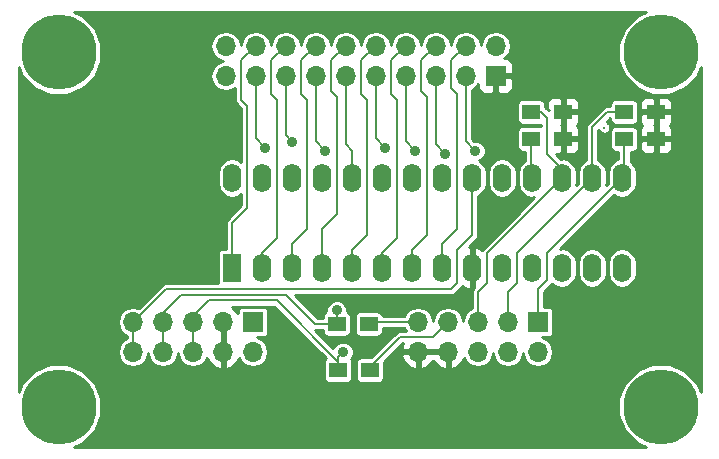
<source format=gbr>
G04 #@! TF.FileFunction,Copper,L1,Top,Signal*
%FSLAX46Y46*%
G04 Gerber Fmt 4.6, Leading zero omitted, Abs format (unit mm)*
G04 Created by KiCad (PCBNEW (after 2015-mar-04 BZR unknown)-product) date 5/15/2017 4:50:43 PM*
%MOMM*%
G01*
G04 APERTURE LIST*
%ADD10C,0.150000*%
%ADD11R,1.500000X1.300000*%
%ADD12C,6.350000*%
%ADD13R,1.700000X1.700000*%
%ADD14O,1.700000X1.700000*%
%ADD15R,1.600000X2.400000*%
%ADD16O,1.600000X2.400000*%
%ADD17C,0.889000*%
%ADD18C,0.203200*%
%ADD19C,0.254000*%
G04 APERTURE END LIST*
D10*
D11*
X56722000Y-21336000D03*
X54022000Y-21336000D03*
X64596000Y-21336000D03*
X61896000Y-21336000D03*
X64596000Y-19050000D03*
X61896000Y-19050000D03*
X56722000Y-19050000D03*
X54022000Y-19050000D03*
X37550000Y-37000000D03*
X40250000Y-37000000D03*
X37650000Y-40900000D03*
X40350000Y-40900000D03*
D12*
X65000000Y-44000000D03*
D13*
X51000000Y-16000000D03*
D14*
X51000000Y-13460000D03*
X48460000Y-16000000D03*
X48460000Y-13460000D03*
X45920000Y-16000000D03*
X45920000Y-13460000D03*
X43380000Y-16000000D03*
X43380000Y-13460000D03*
X40840000Y-16000000D03*
X40840000Y-13460000D03*
X38300000Y-16000000D03*
X38300000Y-13460000D03*
X35760000Y-16000000D03*
X35760000Y-13460000D03*
X33220000Y-16000000D03*
X33220000Y-13460000D03*
X30680000Y-16000000D03*
X30680000Y-13460000D03*
X28140000Y-16000000D03*
X28140000Y-13460000D03*
D12*
X65000000Y-14000000D03*
X14000000Y-14000000D03*
X14000000Y-44000000D03*
D13*
X54610000Y-36830000D03*
D14*
X54610000Y-39370000D03*
X52070000Y-36830000D03*
X52070000Y-39370000D03*
X49530000Y-36830000D03*
X49530000Y-39370000D03*
X46990000Y-36830000D03*
X46990000Y-39370000D03*
X44450000Y-36830000D03*
X44450000Y-39370000D03*
D15*
X28702000Y-32258000D03*
D16*
X61722000Y-24638000D03*
X31242000Y-32258000D03*
X59182000Y-24638000D03*
X33782000Y-32258000D03*
X56642000Y-24638000D03*
X36322000Y-32258000D03*
X54102000Y-24638000D03*
X38862000Y-32258000D03*
X51562000Y-24638000D03*
X41402000Y-32258000D03*
X49022000Y-24638000D03*
X43942000Y-32258000D03*
X46482000Y-24638000D03*
X46482000Y-32258000D03*
X43942000Y-24638000D03*
X49022000Y-32258000D03*
X41402000Y-24638000D03*
X51562000Y-32258000D03*
X38862000Y-24638000D03*
X54102000Y-32258000D03*
X36322000Y-24638000D03*
X56642000Y-32258000D03*
X33782000Y-24638000D03*
X59182000Y-32258000D03*
X31242000Y-24638000D03*
X61722000Y-32258000D03*
X28702000Y-24638000D03*
D13*
X30480000Y-36830000D03*
D14*
X30480000Y-39370000D03*
X27940000Y-36830000D03*
X27940000Y-39370000D03*
X25400000Y-36830000D03*
X25400000Y-39370000D03*
X22860000Y-36830000D03*
X22860000Y-39370000D03*
X20320000Y-36830000D03*
X20320000Y-39370000D03*
D17*
X36576000Y-22352000D03*
X33782000Y-21590000D03*
X31496000Y-22098000D03*
X38100000Y-39370000D03*
X37550000Y-35856000D03*
X49276000Y-22352000D03*
X46736000Y-22606000D03*
X44196000Y-22352000D03*
X41656000Y-22098000D03*
D18*
X60198000Y-20367000D02*
X60151000Y-20320000D01*
X46482000Y-30226000D02*
X47752000Y-28956000D01*
X47752000Y-28956000D02*
X47752000Y-17526000D01*
X47752000Y-17526000D02*
X47244000Y-17018000D01*
X47244000Y-17018000D02*
X47244000Y-14676000D01*
X47244000Y-14676000D02*
X48460000Y-13460000D01*
X46482000Y-32258000D02*
X46482000Y-30226000D01*
X43942000Y-30734000D02*
X45212000Y-29464000D01*
X45212000Y-29464000D02*
X45212000Y-17780000D01*
X45212000Y-17780000D02*
X44704000Y-17272000D01*
X44704000Y-17272000D02*
X44704000Y-14676000D01*
X44704000Y-14676000D02*
X45920000Y-13460000D01*
X43942000Y-32258000D02*
X43942000Y-30734000D01*
X41402000Y-30988000D02*
X42672000Y-29718000D01*
X42672000Y-29718000D02*
X42672000Y-18034000D01*
X42672000Y-18034000D02*
X42164000Y-17526000D01*
X42164000Y-17526000D02*
X42164000Y-14676000D01*
X42164000Y-14676000D02*
X43380000Y-13460000D01*
X41402000Y-32258000D02*
X41402000Y-30988000D01*
X38862000Y-30734000D02*
X40132000Y-29464000D01*
X40132000Y-29464000D02*
X40132000Y-18034000D01*
X40132000Y-18034000D02*
X39624000Y-17526000D01*
X39624000Y-17526000D02*
X39624000Y-14676000D01*
X39624000Y-14676000D02*
X40840000Y-13460000D01*
X38862000Y-32258000D02*
X38862000Y-30734000D01*
X36322000Y-28956000D02*
X37592000Y-27686000D01*
X37592000Y-27686000D02*
X37592000Y-17780000D01*
X37592000Y-17780000D02*
X37084000Y-17272000D01*
X37084000Y-17272000D02*
X37084000Y-14676000D01*
X37084000Y-14676000D02*
X38300000Y-13460000D01*
X36322000Y-32258000D02*
X36322000Y-28956000D01*
X33782000Y-30226000D02*
X35052000Y-28956000D01*
X35052000Y-28956000D02*
X35052000Y-18034000D01*
X35052000Y-18034000D02*
X34544000Y-17526000D01*
X34544000Y-17526000D02*
X34544000Y-14676000D01*
X34544000Y-14676000D02*
X35760000Y-13460000D01*
X33782000Y-32258000D02*
X33782000Y-30226000D01*
X31242000Y-30988000D02*
X32512000Y-29718000D01*
X32512000Y-29718000D02*
X32512000Y-18034000D01*
X32512000Y-18034000D02*
X32004000Y-17526000D01*
X32004000Y-17526000D02*
X32004000Y-14676000D01*
X32004000Y-14676000D02*
X33220000Y-13460000D01*
X31242000Y-32258000D02*
X31242000Y-30988000D01*
X28702000Y-28448000D02*
X29972000Y-27178000D01*
X29972000Y-27178000D02*
X29972000Y-18542000D01*
X29972000Y-18542000D02*
X29464000Y-18034000D01*
X29464000Y-18034000D02*
X29464000Y-14676000D01*
X29464000Y-14676000D02*
X30680000Y-13460000D01*
X28702000Y-32258000D02*
X28702000Y-28448000D01*
X38300000Y-21790000D02*
X38862000Y-22352000D01*
X38862000Y-22352000D02*
X38862000Y-24638000D01*
X38300000Y-16000000D02*
X38300000Y-21790000D01*
X36576000Y-22352000D02*
X35760000Y-21536000D01*
X35760000Y-21536000D02*
X35760000Y-16000000D01*
X33220000Y-21028000D02*
X33220000Y-16000000D01*
X33782000Y-21590000D02*
X33220000Y-21028000D01*
X31496000Y-22098000D02*
X30680000Y-21282000D01*
X30680000Y-21282000D02*
X30680000Y-16000000D01*
X25400000Y-36830000D02*
X25400000Y-36322000D01*
X25400000Y-36322000D02*
X26720798Y-35001202D01*
X37650000Y-40190000D02*
X37650000Y-40900000D01*
X32461202Y-35001202D02*
X37650000Y-40190000D01*
X26720798Y-35001202D02*
X32461202Y-35001202D01*
X25400000Y-39370000D02*
X25400000Y-36830000D01*
X37650000Y-39820000D02*
X38100000Y-39370000D01*
X37650000Y-40900000D02*
X37650000Y-39820000D01*
X22860000Y-36830000D02*
X22860000Y-36068000D01*
X22860000Y-36068000D02*
X24384000Y-34544000D01*
X35730000Y-37000000D02*
X37550000Y-37000000D01*
X33274000Y-34544000D02*
X35730000Y-37000000D01*
X24384000Y-34544000D02*
X33274000Y-34544000D01*
X22860000Y-39370000D02*
X22860000Y-36830000D01*
X37550000Y-37000000D02*
X37550000Y-35856000D01*
X29210000Y-34036000D02*
X47244000Y-34036000D01*
X47244000Y-34036000D02*
X47752000Y-33528000D01*
X23114000Y-34036000D02*
X20320000Y-36830000D01*
X29210000Y-34036000D02*
X23114000Y-34036000D01*
X20320000Y-39370000D02*
X20320000Y-36830000D01*
X20320000Y-36830000D02*
X20320000Y-36576000D01*
X47752000Y-33528000D02*
X47752000Y-33274000D01*
X47752000Y-30734000D02*
X49022000Y-29464000D01*
X47752000Y-33274000D02*
X47752000Y-30734000D01*
X49022000Y-29464000D02*
X49022000Y-24638000D01*
X45720000Y-38100000D02*
X46990000Y-36830000D01*
X42926000Y-38100000D02*
X45720000Y-38100000D01*
X40350000Y-40676000D02*
X42926000Y-38100000D01*
X40350000Y-40900000D02*
X40350000Y-40676000D01*
X40420000Y-36830000D02*
X40250000Y-37000000D01*
X44450000Y-36830000D02*
X40420000Y-36830000D01*
X49276000Y-22352000D02*
X48460000Y-21536000D01*
X48460000Y-21536000D02*
X48460000Y-16000000D01*
X45920000Y-21790000D02*
X46736000Y-22606000D01*
X45920000Y-16000000D02*
X45920000Y-21790000D01*
X43380000Y-21536000D02*
X44196000Y-22352000D01*
X43380000Y-16000000D02*
X43380000Y-21536000D01*
X40840000Y-21282000D02*
X41656000Y-22098000D01*
X40840000Y-16000000D02*
X40840000Y-21282000D01*
X59182000Y-20320000D02*
X60452000Y-19050000D01*
X60452000Y-19050000D02*
X61896000Y-19050000D01*
X59182000Y-24638000D02*
X59182000Y-20320000D01*
X52070000Y-34290000D02*
X52832000Y-33528000D01*
X52832000Y-33528000D02*
X52832000Y-33274000D01*
X52070000Y-36830000D02*
X52070000Y-34290000D01*
X52832000Y-30988000D02*
X59182000Y-24638000D01*
X52832000Y-33274000D02*
X52832000Y-30988000D01*
X61896000Y-24464000D02*
X61722000Y-24638000D01*
X61896000Y-21336000D02*
X61896000Y-24464000D01*
X54610000Y-34036000D02*
X55372000Y-33274000D01*
X55372000Y-33274000D02*
X55372000Y-33020000D01*
X54610000Y-36830000D02*
X54610000Y-34036000D01*
X55372000Y-30988000D02*
X61722000Y-24638000D01*
X55372000Y-33020000D02*
X55372000Y-30988000D01*
X54022000Y-24558000D02*
X54102000Y-24638000D01*
X54022000Y-21336000D02*
X54022000Y-24558000D01*
X56642000Y-23876000D02*
X56642000Y-24638000D01*
X54864000Y-19050000D02*
X55372000Y-19558000D01*
X55372000Y-19558000D02*
X55372000Y-22606000D01*
X55372000Y-22606000D02*
X56642000Y-23876000D01*
X54022000Y-19050000D02*
X54864000Y-19050000D01*
X49530000Y-34290000D02*
X50292000Y-33528000D01*
X50292000Y-33528000D02*
X50292000Y-33020000D01*
X49530000Y-36830000D02*
X49530000Y-34290000D01*
X50292000Y-30988000D02*
X56642000Y-24638000D01*
X50292000Y-33020000D02*
X50292000Y-30988000D01*
D19*
G36*
X68377700Y-42729735D02*
X68059479Y-41959581D01*
X67045755Y-40944087D01*
X65981000Y-40501962D01*
X65981000Y-22112310D01*
X65981000Y-21859691D01*
X65981000Y-21621750D01*
X65981000Y-21050250D01*
X65981000Y-20812309D01*
X65981000Y-20559690D01*
X65884327Y-20326301D01*
X65751025Y-20193000D01*
X65884327Y-20059699D01*
X65981000Y-19826310D01*
X65981000Y-19573691D01*
X65981000Y-19335750D01*
X65981000Y-18764250D01*
X65981000Y-18526309D01*
X65981000Y-18273690D01*
X65884327Y-18040301D01*
X65705698Y-17861673D01*
X65472309Y-17765000D01*
X64881750Y-17765000D01*
X64723000Y-17923750D01*
X64723000Y-18923000D01*
X65822250Y-18923000D01*
X65981000Y-18764250D01*
X65981000Y-19335750D01*
X65822250Y-19177000D01*
X64723000Y-19177000D01*
X64723000Y-20176250D01*
X64739750Y-20193000D01*
X64723000Y-20209750D01*
X64723000Y-21209000D01*
X65822250Y-21209000D01*
X65981000Y-21050250D01*
X65981000Y-21621750D01*
X65822250Y-21463000D01*
X64723000Y-21463000D01*
X64723000Y-22462250D01*
X64881750Y-22621000D01*
X65472309Y-22621000D01*
X65705698Y-22524327D01*
X65884327Y-22345699D01*
X65981000Y-22112310D01*
X65981000Y-40501962D01*
X65720584Y-40393828D01*
X64469000Y-40392735D01*
X64469000Y-22462250D01*
X64469000Y-21463000D01*
X64469000Y-21209000D01*
X64469000Y-20209750D01*
X64452250Y-20193000D01*
X64469000Y-20176250D01*
X64469000Y-19177000D01*
X64469000Y-18923000D01*
X64469000Y-17923750D01*
X64310250Y-17765000D01*
X63719691Y-17765000D01*
X63486302Y-17861673D01*
X63307673Y-18040301D01*
X63211000Y-18273690D01*
X63211000Y-18526309D01*
X63211000Y-18764250D01*
X63369750Y-18923000D01*
X64469000Y-18923000D01*
X64469000Y-19177000D01*
X63369750Y-19177000D01*
X63211000Y-19335750D01*
X63211000Y-19573691D01*
X63211000Y-19826310D01*
X63307673Y-20059699D01*
X63440974Y-20193000D01*
X63307673Y-20326301D01*
X63211000Y-20559690D01*
X63211000Y-20812309D01*
X63211000Y-21050250D01*
X63369750Y-21209000D01*
X64469000Y-21209000D01*
X64469000Y-21463000D01*
X63369750Y-21463000D01*
X63211000Y-21621750D01*
X63211000Y-21859691D01*
X63211000Y-22112310D01*
X63307673Y-22345699D01*
X63486302Y-22524327D01*
X63719691Y-22621000D01*
X64310250Y-22621000D01*
X64469000Y-22462250D01*
X64469000Y-40392735D01*
X64285711Y-40392576D01*
X63086259Y-40888178D01*
X63086259Y-21986000D01*
X63086259Y-20686000D01*
X63054315Y-20521356D01*
X62959258Y-20376649D01*
X62815755Y-20279784D01*
X62646000Y-20245741D01*
X61146000Y-20245741D01*
X60981356Y-20277685D01*
X60836649Y-20372742D01*
X60739784Y-20516245D01*
X60705741Y-20686000D01*
X60705741Y-21986000D01*
X60737685Y-22150644D01*
X60832742Y-22295351D01*
X60976245Y-22392216D01*
X61146000Y-22426259D01*
X61362600Y-22426259D01*
X61362600Y-23045720D01*
X61250611Y-23067996D01*
X60850986Y-23335017D01*
X60583965Y-23734642D01*
X60490200Y-24206031D01*
X60490200Y-25069969D01*
X60497747Y-25107910D01*
X60383534Y-25222123D01*
X60413800Y-25069969D01*
X60413800Y-24206031D01*
X60320035Y-23734642D01*
X60053014Y-23335017D01*
X59715400Y-23109430D01*
X59715400Y-20609725D01*
X59773829Y-20697171D01*
X59820829Y-20744171D01*
X59993877Y-20859797D01*
X60198000Y-20900400D01*
X60402123Y-20859797D01*
X60575171Y-20744171D01*
X60690797Y-20571123D01*
X60731400Y-20367000D01*
X60690797Y-20162877D01*
X60575171Y-19989829D01*
X60528171Y-19942829D01*
X60399492Y-19856849D01*
X60672942Y-19583400D01*
X60705741Y-19583400D01*
X60705741Y-19700000D01*
X60737685Y-19864644D01*
X60832742Y-20009351D01*
X60976245Y-20106216D01*
X61146000Y-20140259D01*
X62646000Y-20140259D01*
X62810644Y-20108315D01*
X62955351Y-20013258D01*
X63052216Y-19869755D01*
X63086259Y-19700000D01*
X63086259Y-18400000D01*
X63054315Y-18235356D01*
X62959258Y-18090649D01*
X62815755Y-17993784D01*
X62646000Y-17959741D01*
X61146000Y-17959741D01*
X60981356Y-17991685D01*
X60836649Y-18086742D01*
X60739784Y-18230245D01*
X60705741Y-18400000D01*
X60705741Y-18516600D01*
X60452000Y-18516600D01*
X60247876Y-18557203D01*
X60074829Y-18672829D01*
X58804829Y-19942829D01*
X58689203Y-20115877D01*
X58648600Y-20320000D01*
X58648600Y-23109430D01*
X58310986Y-23335017D01*
X58107000Y-23640303D01*
X58107000Y-22112310D01*
X58107000Y-21859691D01*
X58107000Y-21621750D01*
X58107000Y-21050250D01*
X58107000Y-20812309D01*
X58107000Y-20559690D01*
X58010327Y-20326301D01*
X57877025Y-20193000D01*
X58010327Y-20059699D01*
X58107000Y-19826310D01*
X58107000Y-19573691D01*
X58107000Y-19335750D01*
X58107000Y-18764250D01*
X58107000Y-18526309D01*
X58107000Y-18273690D01*
X58010327Y-18040301D01*
X57831698Y-17861673D01*
X57598309Y-17765000D01*
X57007750Y-17765000D01*
X56849000Y-17923750D01*
X56849000Y-18923000D01*
X57948250Y-18923000D01*
X58107000Y-18764250D01*
X58107000Y-19335750D01*
X57948250Y-19177000D01*
X56849000Y-19177000D01*
X56849000Y-20176250D01*
X56865750Y-20193000D01*
X56849000Y-20209750D01*
X56849000Y-21209000D01*
X57948250Y-21209000D01*
X58107000Y-21050250D01*
X58107000Y-21621750D01*
X57948250Y-21463000D01*
X56849000Y-21463000D01*
X56849000Y-22462250D01*
X57007750Y-22621000D01*
X57598309Y-22621000D01*
X57831698Y-22524327D01*
X58010327Y-22345699D01*
X58107000Y-22112310D01*
X58107000Y-23640303D01*
X58043965Y-23734642D01*
X57950200Y-24206031D01*
X57950200Y-25069969D01*
X57957747Y-25107910D01*
X57843534Y-25222123D01*
X57873800Y-25069969D01*
X57873800Y-24206031D01*
X57780035Y-23734642D01*
X57513014Y-23335017D01*
X57113389Y-23067996D01*
X56642000Y-22974231D01*
X56519032Y-22998690D01*
X56141342Y-22621000D01*
X56436250Y-22621000D01*
X56595000Y-22462250D01*
X56595000Y-21463000D01*
X56575000Y-21463000D01*
X56575000Y-21209000D01*
X56595000Y-21209000D01*
X56595000Y-20209750D01*
X56578250Y-20193000D01*
X56595000Y-20176250D01*
X56595000Y-19177000D01*
X56575000Y-19177000D01*
X56575000Y-18923000D01*
X56595000Y-18923000D01*
X56595000Y-17923750D01*
X56436250Y-17765000D01*
X55845691Y-17765000D01*
X55612302Y-17861673D01*
X55433673Y-18040301D01*
X55337000Y-18273690D01*
X55337000Y-18526309D01*
X55337000Y-18764250D01*
X55495748Y-18922998D01*
X55491339Y-18922998D01*
X55241171Y-18672829D01*
X55212259Y-18653510D01*
X55212259Y-18400000D01*
X55180315Y-18235356D01*
X55085258Y-18090649D01*
X54941755Y-17993784D01*
X54772000Y-17959741D01*
X53272000Y-17959741D01*
X53107356Y-17991685D01*
X52962649Y-18086742D01*
X52865784Y-18230245D01*
X52831741Y-18400000D01*
X52831741Y-19700000D01*
X52863685Y-19864644D01*
X52958742Y-20009351D01*
X53102245Y-20106216D01*
X53272000Y-20140259D01*
X54772000Y-20140259D01*
X54838600Y-20127337D01*
X54838600Y-20259097D01*
X54772000Y-20245741D01*
X53272000Y-20245741D01*
X53107356Y-20277685D01*
X52962649Y-20372742D01*
X52865784Y-20516245D01*
X52831741Y-20686000D01*
X52831741Y-21986000D01*
X52863685Y-22150644D01*
X52958742Y-22295351D01*
X53102245Y-22392216D01*
X53272000Y-22426259D01*
X53488600Y-22426259D01*
X53488600Y-23162884D01*
X53230986Y-23335017D01*
X52963965Y-23734642D01*
X52870200Y-24206031D01*
X52870200Y-25069969D01*
X52963965Y-25541358D01*
X53230986Y-25940983D01*
X53630611Y-26208004D01*
X54102000Y-26301769D01*
X54254154Y-26271503D01*
X52793800Y-27731857D01*
X52793800Y-25069969D01*
X52793800Y-24206031D01*
X52700035Y-23734642D01*
X52485000Y-23412819D01*
X52485000Y-16976309D01*
X52485000Y-16285750D01*
X52485000Y-15714250D01*
X52485000Y-15023691D01*
X52388327Y-14790302D01*
X52209699Y-14611673D01*
X51976310Y-14515000D01*
X51723691Y-14515000D01*
X51721510Y-14515000D01*
X51906369Y-14391481D01*
X52184229Y-13975636D01*
X52281800Y-13485112D01*
X52281800Y-13434888D01*
X52184229Y-12944364D01*
X51906369Y-12528519D01*
X51490524Y-12250659D01*
X51000000Y-12153088D01*
X50509476Y-12250659D01*
X50093631Y-12528519D01*
X49815771Y-12944364D01*
X49730000Y-13375565D01*
X49644229Y-12944364D01*
X49366369Y-12528519D01*
X48950524Y-12250659D01*
X48460000Y-12153088D01*
X47969476Y-12250659D01*
X47553631Y-12528519D01*
X47275771Y-12944364D01*
X47190000Y-13375565D01*
X47104229Y-12944364D01*
X46826369Y-12528519D01*
X46410524Y-12250659D01*
X45920000Y-12153088D01*
X45429476Y-12250659D01*
X45013631Y-12528519D01*
X44735771Y-12944364D01*
X44650000Y-13375565D01*
X44564229Y-12944364D01*
X44286369Y-12528519D01*
X43870524Y-12250659D01*
X43380000Y-12153088D01*
X42889476Y-12250659D01*
X42473631Y-12528519D01*
X42195771Y-12944364D01*
X42110000Y-13375565D01*
X42024229Y-12944364D01*
X41746369Y-12528519D01*
X41330524Y-12250659D01*
X40840000Y-12153088D01*
X40349476Y-12250659D01*
X39933631Y-12528519D01*
X39655771Y-12944364D01*
X39570000Y-13375565D01*
X39484229Y-12944364D01*
X39206369Y-12528519D01*
X38790524Y-12250659D01*
X38300000Y-12153088D01*
X37809476Y-12250659D01*
X37393631Y-12528519D01*
X37115771Y-12944364D01*
X37030000Y-13375565D01*
X36944229Y-12944364D01*
X36666369Y-12528519D01*
X36250524Y-12250659D01*
X35760000Y-12153088D01*
X35269476Y-12250659D01*
X34853631Y-12528519D01*
X34575771Y-12944364D01*
X34490000Y-13375565D01*
X34404229Y-12944364D01*
X34126369Y-12528519D01*
X33710524Y-12250659D01*
X33220000Y-12153088D01*
X32729476Y-12250659D01*
X32313631Y-12528519D01*
X32035771Y-12944364D01*
X31950000Y-13375565D01*
X31864229Y-12944364D01*
X31586369Y-12528519D01*
X31170524Y-12250659D01*
X30680000Y-12153088D01*
X30189476Y-12250659D01*
X29773631Y-12528519D01*
X29495771Y-12944364D01*
X29410000Y-13375565D01*
X29324229Y-12944364D01*
X29046369Y-12528519D01*
X28630524Y-12250659D01*
X28140000Y-12153088D01*
X27649476Y-12250659D01*
X27233631Y-12528519D01*
X26955771Y-12944364D01*
X26858200Y-13434888D01*
X26858200Y-13485112D01*
X26955771Y-13975636D01*
X27233631Y-14391481D01*
X27649476Y-14669341D01*
X27954430Y-14730000D01*
X27649476Y-14790659D01*
X27233631Y-15068519D01*
X26955771Y-15484364D01*
X26858200Y-15974888D01*
X26858200Y-16025112D01*
X26955771Y-16515636D01*
X27233631Y-16931481D01*
X27649476Y-17209341D01*
X28140000Y-17306912D01*
X28630524Y-17209341D01*
X28930600Y-17008835D01*
X28930600Y-18034000D01*
X28971203Y-18238123D01*
X29086829Y-18411171D01*
X29438600Y-18762941D01*
X29438600Y-23245204D01*
X29173389Y-23067996D01*
X28702000Y-22974231D01*
X28230611Y-23067996D01*
X27830986Y-23335017D01*
X27563965Y-23734642D01*
X27470200Y-24206031D01*
X27470200Y-25069969D01*
X27563965Y-25541358D01*
X27830986Y-25940983D01*
X28230611Y-26208004D01*
X28702000Y-26301769D01*
X29173389Y-26208004D01*
X29438600Y-26030795D01*
X29438600Y-26957058D01*
X28324829Y-28070829D01*
X28209203Y-28243877D01*
X28168600Y-28448000D01*
X28168600Y-30617741D01*
X27902000Y-30617741D01*
X27737356Y-30649685D01*
X27592649Y-30744742D01*
X27495784Y-30888245D01*
X27461741Y-31058000D01*
X27461741Y-33458000D01*
X27470394Y-33502600D01*
X23114005Y-33502600D01*
X23114000Y-33502599D01*
X22909877Y-33543203D01*
X22736829Y-33658829D01*
X20780892Y-35614765D01*
X20320000Y-35523088D01*
X19829476Y-35620659D01*
X19413631Y-35898519D01*
X19135771Y-36314364D01*
X19038200Y-36804888D01*
X19038200Y-36855112D01*
X19135771Y-37345636D01*
X19413631Y-37761481D01*
X19786600Y-38010692D01*
X19786600Y-38189307D01*
X19413631Y-38438519D01*
X19135771Y-38854364D01*
X19038200Y-39344888D01*
X19038200Y-39395112D01*
X19135771Y-39885636D01*
X19413631Y-40301481D01*
X19829476Y-40579341D01*
X20320000Y-40676912D01*
X20810524Y-40579341D01*
X21226369Y-40301481D01*
X21504229Y-39885636D01*
X21590000Y-39454434D01*
X21675771Y-39885636D01*
X21953631Y-40301481D01*
X22369476Y-40579341D01*
X22860000Y-40676912D01*
X23350524Y-40579341D01*
X23766369Y-40301481D01*
X24044229Y-39885636D01*
X24130000Y-39454434D01*
X24215771Y-39885636D01*
X24493631Y-40301481D01*
X24909476Y-40579341D01*
X25400000Y-40676912D01*
X25890524Y-40579341D01*
X26306369Y-40301481D01*
X26577672Y-39895448D01*
X26744817Y-40251358D01*
X27173076Y-40641645D01*
X27583110Y-40811476D01*
X27813000Y-40690155D01*
X27813000Y-39497000D01*
X27793000Y-39497000D01*
X27793000Y-39243000D01*
X27813000Y-39243000D01*
X27813000Y-38150155D01*
X27813000Y-38049845D01*
X27813000Y-36957000D01*
X27793000Y-36957000D01*
X27793000Y-36703000D01*
X27813000Y-36703000D01*
X27813000Y-36683000D01*
X28067000Y-36683000D01*
X28067000Y-36703000D01*
X28087000Y-36703000D01*
X28087000Y-36957000D01*
X28067000Y-36957000D01*
X28067000Y-38049845D01*
X28067000Y-38150155D01*
X28067000Y-39243000D01*
X28087000Y-39243000D01*
X28087000Y-39497000D01*
X28067000Y-39497000D01*
X28067000Y-40690155D01*
X28296890Y-40811476D01*
X28706924Y-40641645D01*
X29135183Y-40251358D01*
X29302327Y-39895448D01*
X29573631Y-40301481D01*
X29989476Y-40579341D01*
X30480000Y-40676912D01*
X30970524Y-40579341D01*
X31386369Y-40301481D01*
X31664229Y-39885636D01*
X31761800Y-39395112D01*
X31761800Y-39344888D01*
X31664229Y-38854364D01*
X31386369Y-38438519D01*
X30970524Y-38160659D01*
X30767418Y-38120259D01*
X31330000Y-38120259D01*
X31494644Y-38088315D01*
X31639351Y-37993258D01*
X31736216Y-37849755D01*
X31770259Y-37680000D01*
X31770259Y-35980000D01*
X31738315Y-35815356D01*
X31643258Y-35670649D01*
X31499755Y-35573784D01*
X31330000Y-35539741D01*
X29630000Y-35539741D01*
X29465356Y-35571685D01*
X29320649Y-35666742D01*
X29223784Y-35810245D01*
X29189741Y-35980000D01*
X29189741Y-36064815D01*
X29135183Y-35948642D01*
X28706924Y-35558355D01*
X28649575Y-35534602D01*
X32240260Y-35534602D01*
X36621883Y-39916224D01*
X36590649Y-39936742D01*
X36493784Y-40080245D01*
X36459741Y-40250000D01*
X36459741Y-41550000D01*
X36491685Y-41714644D01*
X36586742Y-41859351D01*
X36730245Y-41956216D01*
X36900000Y-41990259D01*
X38400000Y-41990259D01*
X38564644Y-41958315D01*
X38709351Y-41863258D01*
X38806216Y-41719755D01*
X38840259Y-41550000D01*
X38840259Y-40250000D01*
X38808315Y-40085356D01*
X38735220Y-39974082D01*
X38842458Y-39867032D01*
X38976148Y-39545072D01*
X38976452Y-39196458D01*
X38843324Y-38874264D01*
X38597032Y-38627542D01*
X38275072Y-38493852D01*
X37926458Y-38493548D01*
X37604264Y-38626676D01*
X37357542Y-38872968D01*
X37278254Y-39063913D01*
X35747741Y-37533400D01*
X36359741Y-37533400D01*
X36359741Y-37650000D01*
X36391685Y-37814644D01*
X36486742Y-37959351D01*
X36630245Y-38056216D01*
X36800000Y-38090259D01*
X38300000Y-38090259D01*
X38464644Y-38058315D01*
X38609351Y-37963258D01*
X38706216Y-37819755D01*
X38740259Y-37650000D01*
X38740259Y-36350000D01*
X38708315Y-36185356D01*
X38613258Y-36040649D01*
X38469755Y-35943784D01*
X38426231Y-35935055D01*
X38426452Y-35682458D01*
X38293324Y-35360264D01*
X38047032Y-35113542D01*
X37725072Y-34979852D01*
X37376458Y-34979548D01*
X37054264Y-35112676D01*
X36807542Y-35358968D01*
X36673852Y-35680928D01*
X36673631Y-35934258D01*
X36635356Y-35941685D01*
X36490649Y-36036742D01*
X36393784Y-36180245D01*
X36359741Y-36350000D01*
X36359741Y-36466600D01*
X35950941Y-36466600D01*
X34053741Y-34569400D01*
X47244000Y-34569400D01*
X47448123Y-34528797D01*
X47621171Y-34413171D01*
X48129167Y-33905173D01*
X48129170Y-33905171D01*
X48129171Y-33905171D01*
X48190386Y-33813554D01*
X48590181Y-34032367D01*
X48672961Y-34049904D01*
X48895000Y-33927915D01*
X48895000Y-32385000D01*
X48875000Y-32385000D01*
X48875000Y-32131000D01*
X48895000Y-32131000D01*
X48895000Y-30588085D01*
X48738331Y-30502010D01*
X49399171Y-29841171D01*
X49514797Y-29668124D01*
X49514797Y-29668123D01*
X49555400Y-29464000D01*
X49555400Y-26166569D01*
X49893014Y-25940983D01*
X50160035Y-25541358D01*
X50253800Y-25069969D01*
X50253800Y-24206031D01*
X50160035Y-23734642D01*
X49893014Y-23335017D01*
X49625017Y-23155947D01*
X49771736Y-23095324D01*
X50018458Y-22849032D01*
X50152148Y-22527072D01*
X50152452Y-22178458D01*
X50019324Y-21856264D01*
X49773032Y-21609542D01*
X49451072Y-21475852D01*
X49153934Y-21475592D01*
X48993400Y-21315058D01*
X48993400Y-17180692D01*
X49366369Y-16931481D01*
X49515000Y-16709039D01*
X49515000Y-16976309D01*
X49611673Y-17209698D01*
X49790301Y-17388327D01*
X50023690Y-17485000D01*
X50276309Y-17485000D01*
X50714250Y-17485000D01*
X50873000Y-17326250D01*
X50873000Y-16127000D01*
X50853000Y-16127000D01*
X50853000Y-15873000D01*
X50873000Y-15873000D01*
X50873000Y-15853000D01*
X51127000Y-15853000D01*
X51127000Y-15873000D01*
X52326250Y-15873000D01*
X52485000Y-15714250D01*
X52485000Y-16285750D01*
X52326250Y-16127000D01*
X51127000Y-16127000D01*
X51127000Y-17326250D01*
X51285750Y-17485000D01*
X51723691Y-17485000D01*
X51976310Y-17485000D01*
X52209699Y-17388327D01*
X52388327Y-17209698D01*
X52485000Y-16976309D01*
X52485000Y-23412819D01*
X52433014Y-23335017D01*
X52033389Y-23067996D01*
X51562000Y-22974231D01*
X51090611Y-23067996D01*
X50690986Y-23335017D01*
X50423965Y-23734642D01*
X50330200Y-24206031D01*
X50330200Y-25069969D01*
X50423965Y-25541358D01*
X50690986Y-25940983D01*
X51090611Y-26208004D01*
X51562000Y-26301769D01*
X52033389Y-26208004D01*
X52433014Y-25940983D01*
X52700035Y-25541358D01*
X52793800Y-25069969D01*
X52793800Y-27731857D01*
X49914829Y-30610829D01*
X49853613Y-30702445D01*
X49453819Y-30483633D01*
X49371039Y-30466096D01*
X49149000Y-30588085D01*
X49149000Y-32131000D01*
X49169000Y-32131000D01*
X49169000Y-32385000D01*
X49149000Y-32385000D01*
X49149000Y-33918559D01*
X49037203Y-34085877D01*
X48996600Y-34290000D01*
X48996600Y-35649307D01*
X48623631Y-35898519D01*
X48345771Y-36314364D01*
X48260000Y-36745565D01*
X48174229Y-36314364D01*
X47896369Y-35898519D01*
X47480524Y-35620659D01*
X46990000Y-35523088D01*
X46499476Y-35620659D01*
X46083631Y-35898519D01*
X45805771Y-36314364D01*
X45720000Y-36745565D01*
X45634229Y-36314364D01*
X45356369Y-35898519D01*
X44940524Y-35620659D01*
X44450000Y-35523088D01*
X43959476Y-35620659D01*
X43543631Y-35898519D01*
X43277640Y-36296600D01*
X41429898Y-36296600D01*
X41408315Y-36185356D01*
X41313258Y-36040649D01*
X41169755Y-35943784D01*
X41000000Y-35909741D01*
X39500000Y-35909741D01*
X39335356Y-35941685D01*
X39190649Y-36036742D01*
X39093784Y-36180245D01*
X39059741Y-36350000D01*
X39059741Y-37650000D01*
X39091685Y-37814644D01*
X39186742Y-37959351D01*
X39330245Y-38056216D01*
X39500000Y-38090259D01*
X41000000Y-38090259D01*
X41164644Y-38058315D01*
X41309351Y-37963258D01*
X41406216Y-37819755D01*
X41440259Y-37650000D01*
X41440259Y-37363400D01*
X43277640Y-37363400D01*
X43413415Y-37566600D01*
X42926000Y-37566600D01*
X42721877Y-37607203D01*
X42548829Y-37722829D01*
X40461917Y-39809741D01*
X39600000Y-39809741D01*
X39435356Y-39841685D01*
X39290649Y-39936742D01*
X39193784Y-40080245D01*
X39159741Y-40250000D01*
X39159741Y-41550000D01*
X39191685Y-41714644D01*
X39286742Y-41859351D01*
X39430245Y-41956216D01*
X39600000Y-41990259D01*
X41100000Y-41990259D01*
X41264644Y-41958315D01*
X41409351Y-41863258D01*
X41506216Y-41719755D01*
X41540259Y-41550000D01*
X41540259Y-40250000D01*
X41538647Y-40241694D01*
X43146942Y-38633400D01*
X43186834Y-38633400D01*
X43008514Y-39013108D01*
X43129181Y-39243000D01*
X44323000Y-39243000D01*
X44323000Y-39223000D01*
X44577000Y-39223000D01*
X44577000Y-39243000D01*
X45669181Y-39243000D01*
X45770819Y-39243000D01*
X46863000Y-39243000D01*
X46863000Y-39223000D01*
X47117000Y-39223000D01*
X47117000Y-39243000D01*
X47137000Y-39243000D01*
X47137000Y-39497000D01*
X47117000Y-39497000D01*
X47117000Y-40690155D01*
X47346890Y-40811476D01*
X47756924Y-40641645D01*
X48185183Y-40251358D01*
X48352327Y-39895448D01*
X48623631Y-40301481D01*
X49039476Y-40579341D01*
X49530000Y-40676912D01*
X50020524Y-40579341D01*
X50436369Y-40301481D01*
X50714229Y-39885636D01*
X50800000Y-39454434D01*
X50885771Y-39885636D01*
X51163631Y-40301481D01*
X51579476Y-40579341D01*
X52070000Y-40676912D01*
X52560524Y-40579341D01*
X52976369Y-40301481D01*
X53254229Y-39885636D01*
X53340000Y-39454434D01*
X53425771Y-39885636D01*
X53703631Y-40301481D01*
X54119476Y-40579341D01*
X54610000Y-40676912D01*
X55100524Y-40579341D01*
X55516369Y-40301481D01*
X55794229Y-39885636D01*
X55891800Y-39395112D01*
X55891800Y-39344888D01*
X55794229Y-38854364D01*
X55516369Y-38438519D01*
X55100524Y-38160659D01*
X54897418Y-38120259D01*
X55460000Y-38120259D01*
X55624644Y-38088315D01*
X55769351Y-37993258D01*
X55866216Y-37849755D01*
X55900259Y-37680000D01*
X55900259Y-35980000D01*
X55868315Y-35815356D01*
X55773258Y-35670649D01*
X55629755Y-35573784D01*
X55460000Y-35539741D01*
X55143400Y-35539741D01*
X55143400Y-34256942D01*
X55749171Y-33651171D01*
X55797565Y-33578742D01*
X56170611Y-33828004D01*
X56642000Y-33921769D01*
X57113389Y-33828004D01*
X57513014Y-33560983D01*
X57780035Y-33161358D01*
X57873800Y-32689969D01*
X57873800Y-31826031D01*
X57780035Y-31354642D01*
X57513014Y-30955017D01*
X57113389Y-30687996D01*
X56642000Y-30594231D01*
X56489845Y-30624496D01*
X61044234Y-26070107D01*
X61250611Y-26208004D01*
X61722000Y-26301769D01*
X62193389Y-26208004D01*
X62593014Y-25940983D01*
X62860035Y-25541358D01*
X62953800Y-25069969D01*
X62953800Y-24206031D01*
X62860035Y-23734642D01*
X62593014Y-23335017D01*
X62429400Y-23225693D01*
X62429400Y-22426259D01*
X62646000Y-22426259D01*
X62810644Y-22394315D01*
X62955351Y-22299258D01*
X63052216Y-22155755D01*
X63086259Y-21986000D01*
X63086259Y-40888178D01*
X62959581Y-40940521D01*
X62953800Y-40946291D01*
X62953800Y-32689969D01*
X62953800Y-31826031D01*
X62860035Y-31354642D01*
X62593014Y-30955017D01*
X62193389Y-30687996D01*
X61722000Y-30594231D01*
X61250611Y-30687996D01*
X60850986Y-30955017D01*
X60583965Y-31354642D01*
X60490200Y-31826031D01*
X60490200Y-32689969D01*
X60583965Y-33161358D01*
X60850986Y-33560983D01*
X61250611Y-33828004D01*
X61722000Y-33921769D01*
X62193389Y-33828004D01*
X62593014Y-33560983D01*
X62860035Y-33161358D01*
X62953800Y-32689969D01*
X62953800Y-40946291D01*
X61944087Y-41954245D01*
X61393828Y-43279416D01*
X61392576Y-44714289D01*
X61940521Y-46040419D01*
X62954245Y-47055913D01*
X63729194Y-47377700D01*
X60413800Y-47377700D01*
X60413800Y-32689969D01*
X60413800Y-31826031D01*
X60320035Y-31354642D01*
X60053014Y-30955017D01*
X59653389Y-30687996D01*
X59182000Y-30594231D01*
X58710611Y-30687996D01*
X58310986Y-30955017D01*
X58043965Y-31354642D01*
X57950200Y-31826031D01*
X57950200Y-32689969D01*
X58043965Y-33161358D01*
X58310986Y-33560983D01*
X58710611Y-33828004D01*
X59182000Y-33921769D01*
X59653389Y-33828004D01*
X60053014Y-33560983D01*
X60320035Y-33161358D01*
X60413800Y-32689969D01*
X60413800Y-47377700D01*
X46863000Y-47377700D01*
X46863000Y-40690155D01*
X46863000Y-39497000D01*
X45770819Y-39497000D01*
X45669181Y-39497000D01*
X44577000Y-39497000D01*
X44577000Y-40690155D01*
X44806890Y-40811476D01*
X45216924Y-40641645D01*
X45645183Y-40251358D01*
X45720000Y-40092046D01*
X45794817Y-40251358D01*
X46223076Y-40641645D01*
X46633110Y-40811476D01*
X46863000Y-40690155D01*
X46863000Y-47377700D01*
X44323000Y-47377700D01*
X44323000Y-40690155D01*
X44323000Y-39497000D01*
X43129181Y-39497000D01*
X43008514Y-39726892D01*
X43254817Y-40251358D01*
X43683076Y-40641645D01*
X44093110Y-40811476D01*
X44323000Y-40690155D01*
X44323000Y-47377700D01*
X15270264Y-47377700D01*
X16040419Y-47059479D01*
X17055913Y-46045755D01*
X17606172Y-44720584D01*
X17607424Y-43285711D01*
X17059479Y-41959581D01*
X16045755Y-40944087D01*
X14720584Y-40393828D01*
X13285711Y-40392576D01*
X11959581Y-40940521D01*
X10944087Y-41954245D01*
X10622300Y-42729194D01*
X10622300Y-15270264D01*
X10940521Y-16040419D01*
X11954245Y-17055913D01*
X13279416Y-17606172D01*
X14714289Y-17607424D01*
X16040419Y-17059479D01*
X17055913Y-16045755D01*
X17606172Y-14720584D01*
X17607424Y-13285711D01*
X17059479Y-11959581D01*
X16045755Y-10944087D01*
X15270805Y-10622300D01*
X63729735Y-10622300D01*
X62959581Y-10940521D01*
X61944087Y-11954245D01*
X61393828Y-13279416D01*
X61392576Y-14714289D01*
X61940521Y-16040419D01*
X62954245Y-17055913D01*
X64279416Y-17606172D01*
X65714289Y-17607424D01*
X67040419Y-17059479D01*
X68055913Y-16045755D01*
X68377700Y-15270805D01*
X68377700Y-42729735D01*
X68377700Y-42729735D01*
G37*
X68377700Y-42729735D02*
X68059479Y-41959581D01*
X67045755Y-40944087D01*
X65981000Y-40501962D01*
X65981000Y-22112310D01*
X65981000Y-21859691D01*
X65981000Y-21621750D01*
X65981000Y-21050250D01*
X65981000Y-20812309D01*
X65981000Y-20559690D01*
X65884327Y-20326301D01*
X65751025Y-20193000D01*
X65884327Y-20059699D01*
X65981000Y-19826310D01*
X65981000Y-19573691D01*
X65981000Y-19335750D01*
X65981000Y-18764250D01*
X65981000Y-18526309D01*
X65981000Y-18273690D01*
X65884327Y-18040301D01*
X65705698Y-17861673D01*
X65472309Y-17765000D01*
X64881750Y-17765000D01*
X64723000Y-17923750D01*
X64723000Y-18923000D01*
X65822250Y-18923000D01*
X65981000Y-18764250D01*
X65981000Y-19335750D01*
X65822250Y-19177000D01*
X64723000Y-19177000D01*
X64723000Y-20176250D01*
X64739750Y-20193000D01*
X64723000Y-20209750D01*
X64723000Y-21209000D01*
X65822250Y-21209000D01*
X65981000Y-21050250D01*
X65981000Y-21621750D01*
X65822250Y-21463000D01*
X64723000Y-21463000D01*
X64723000Y-22462250D01*
X64881750Y-22621000D01*
X65472309Y-22621000D01*
X65705698Y-22524327D01*
X65884327Y-22345699D01*
X65981000Y-22112310D01*
X65981000Y-40501962D01*
X65720584Y-40393828D01*
X64469000Y-40392735D01*
X64469000Y-22462250D01*
X64469000Y-21463000D01*
X64469000Y-21209000D01*
X64469000Y-20209750D01*
X64452250Y-20193000D01*
X64469000Y-20176250D01*
X64469000Y-19177000D01*
X64469000Y-18923000D01*
X64469000Y-17923750D01*
X64310250Y-17765000D01*
X63719691Y-17765000D01*
X63486302Y-17861673D01*
X63307673Y-18040301D01*
X63211000Y-18273690D01*
X63211000Y-18526309D01*
X63211000Y-18764250D01*
X63369750Y-18923000D01*
X64469000Y-18923000D01*
X64469000Y-19177000D01*
X63369750Y-19177000D01*
X63211000Y-19335750D01*
X63211000Y-19573691D01*
X63211000Y-19826310D01*
X63307673Y-20059699D01*
X63440974Y-20193000D01*
X63307673Y-20326301D01*
X63211000Y-20559690D01*
X63211000Y-20812309D01*
X63211000Y-21050250D01*
X63369750Y-21209000D01*
X64469000Y-21209000D01*
X64469000Y-21463000D01*
X63369750Y-21463000D01*
X63211000Y-21621750D01*
X63211000Y-21859691D01*
X63211000Y-22112310D01*
X63307673Y-22345699D01*
X63486302Y-22524327D01*
X63719691Y-22621000D01*
X64310250Y-22621000D01*
X64469000Y-22462250D01*
X64469000Y-40392735D01*
X64285711Y-40392576D01*
X63086259Y-40888178D01*
X63086259Y-21986000D01*
X63086259Y-20686000D01*
X63054315Y-20521356D01*
X62959258Y-20376649D01*
X62815755Y-20279784D01*
X62646000Y-20245741D01*
X61146000Y-20245741D01*
X60981356Y-20277685D01*
X60836649Y-20372742D01*
X60739784Y-20516245D01*
X60705741Y-20686000D01*
X60705741Y-21986000D01*
X60737685Y-22150644D01*
X60832742Y-22295351D01*
X60976245Y-22392216D01*
X61146000Y-22426259D01*
X61362600Y-22426259D01*
X61362600Y-23045720D01*
X61250611Y-23067996D01*
X60850986Y-23335017D01*
X60583965Y-23734642D01*
X60490200Y-24206031D01*
X60490200Y-25069969D01*
X60497747Y-25107910D01*
X60383534Y-25222123D01*
X60413800Y-25069969D01*
X60413800Y-24206031D01*
X60320035Y-23734642D01*
X60053014Y-23335017D01*
X59715400Y-23109430D01*
X59715400Y-20609725D01*
X59773829Y-20697171D01*
X59820829Y-20744171D01*
X59993877Y-20859797D01*
X60198000Y-20900400D01*
X60402123Y-20859797D01*
X60575171Y-20744171D01*
X60690797Y-20571123D01*
X60731400Y-20367000D01*
X60690797Y-20162877D01*
X60575171Y-19989829D01*
X60528171Y-19942829D01*
X60399492Y-19856849D01*
X60672942Y-19583400D01*
X60705741Y-19583400D01*
X60705741Y-19700000D01*
X60737685Y-19864644D01*
X60832742Y-20009351D01*
X60976245Y-20106216D01*
X61146000Y-20140259D01*
X62646000Y-20140259D01*
X62810644Y-20108315D01*
X62955351Y-20013258D01*
X63052216Y-19869755D01*
X63086259Y-19700000D01*
X63086259Y-18400000D01*
X63054315Y-18235356D01*
X62959258Y-18090649D01*
X62815755Y-17993784D01*
X62646000Y-17959741D01*
X61146000Y-17959741D01*
X60981356Y-17991685D01*
X60836649Y-18086742D01*
X60739784Y-18230245D01*
X60705741Y-18400000D01*
X60705741Y-18516600D01*
X60452000Y-18516600D01*
X60247876Y-18557203D01*
X60074829Y-18672829D01*
X58804829Y-19942829D01*
X58689203Y-20115877D01*
X58648600Y-20320000D01*
X58648600Y-23109430D01*
X58310986Y-23335017D01*
X58107000Y-23640303D01*
X58107000Y-22112310D01*
X58107000Y-21859691D01*
X58107000Y-21621750D01*
X58107000Y-21050250D01*
X58107000Y-20812309D01*
X58107000Y-20559690D01*
X58010327Y-20326301D01*
X57877025Y-20193000D01*
X58010327Y-20059699D01*
X58107000Y-19826310D01*
X58107000Y-19573691D01*
X58107000Y-19335750D01*
X58107000Y-18764250D01*
X58107000Y-18526309D01*
X58107000Y-18273690D01*
X58010327Y-18040301D01*
X57831698Y-17861673D01*
X57598309Y-17765000D01*
X57007750Y-17765000D01*
X56849000Y-17923750D01*
X56849000Y-18923000D01*
X57948250Y-18923000D01*
X58107000Y-18764250D01*
X58107000Y-19335750D01*
X57948250Y-19177000D01*
X56849000Y-19177000D01*
X56849000Y-20176250D01*
X56865750Y-20193000D01*
X56849000Y-20209750D01*
X56849000Y-21209000D01*
X57948250Y-21209000D01*
X58107000Y-21050250D01*
X58107000Y-21621750D01*
X57948250Y-21463000D01*
X56849000Y-21463000D01*
X56849000Y-22462250D01*
X57007750Y-22621000D01*
X57598309Y-22621000D01*
X57831698Y-22524327D01*
X58010327Y-22345699D01*
X58107000Y-22112310D01*
X58107000Y-23640303D01*
X58043965Y-23734642D01*
X57950200Y-24206031D01*
X57950200Y-25069969D01*
X57957747Y-25107910D01*
X57843534Y-25222123D01*
X57873800Y-25069969D01*
X57873800Y-24206031D01*
X57780035Y-23734642D01*
X57513014Y-23335017D01*
X57113389Y-23067996D01*
X56642000Y-22974231D01*
X56519032Y-22998690D01*
X56141342Y-22621000D01*
X56436250Y-22621000D01*
X56595000Y-22462250D01*
X56595000Y-21463000D01*
X56575000Y-21463000D01*
X56575000Y-21209000D01*
X56595000Y-21209000D01*
X56595000Y-20209750D01*
X56578250Y-20193000D01*
X56595000Y-20176250D01*
X56595000Y-19177000D01*
X56575000Y-19177000D01*
X56575000Y-18923000D01*
X56595000Y-18923000D01*
X56595000Y-17923750D01*
X56436250Y-17765000D01*
X55845691Y-17765000D01*
X55612302Y-17861673D01*
X55433673Y-18040301D01*
X55337000Y-18273690D01*
X55337000Y-18526309D01*
X55337000Y-18764250D01*
X55495748Y-18922998D01*
X55491339Y-18922998D01*
X55241171Y-18672829D01*
X55212259Y-18653510D01*
X55212259Y-18400000D01*
X55180315Y-18235356D01*
X55085258Y-18090649D01*
X54941755Y-17993784D01*
X54772000Y-17959741D01*
X53272000Y-17959741D01*
X53107356Y-17991685D01*
X52962649Y-18086742D01*
X52865784Y-18230245D01*
X52831741Y-18400000D01*
X52831741Y-19700000D01*
X52863685Y-19864644D01*
X52958742Y-20009351D01*
X53102245Y-20106216D01*
X53272000Y-20140259D01*
X54772000Y-20140259D01*
X54838600Y-20127337D01*
X54838600Y-20259097D01*
X54772000Y-20245741D01*
X53272000Y-20245741D01*
X53107356Y-20277685D01*
X52962649Y-20372742D01*
X52865784Y-20516245D01*
X52831741Y-20686000D01*
X52831741Y-21986000D01*
X52863685Y-22150644D01*
X52958742Y-22295351D01*
X53102245Y-22392216D01*
X53272000Y-22426259D01*
X53488600Y-22426259D01*
X53488600Y-23162884D01*
X53230986Y-23335017D01*
X52963965Y-23734642D01*
X52870200Y-24206031D01*
X52870200Y-25069969D01*
X52963965Y-25541358D01*
X53230986Y-25940983D01*
X53630611Y-26208004D01*
X54102000Y-26301769D01*
X54254154Y-26271503D01*
X52793800Y-27731857D01*
X52793800Y-25069969D01*
X52793800Y-24206031D01*
X52700035Y-23734642D01*
X52485000Y-23412819D01*
X52485000Y-16976309D01*
X52485000Y-16285750D01*
X52485000Y-15714250D01*
X52485000Y-15023691D01*
X52388327Y-14790302D01*
X52209699Y-14611673D01*
X51976310Y-14515000D01*
X51723691Y-14515000D01*
X51721510Y-14515000D01*
X51906369Y-14391481D01*
X52184229Y-13975636D01*
X52281800Y-13485112D01*
X52281800Y-13434888D01*
X52184229Y-12944364D01*
X51906369Y-12528519D01*
X51490524Y-12250659D01*
X51000000Y-12153088D01*
X50509476Y-12250659D01*
X50093631Y-12528519D01*
X49815771Y-12944364D01*
X49730000Y-13375565D01*
X49644229Y-12944364D01*
X49366369Y-12528519D01*
X48950524Y-12250659D01*
X48460000Y-12153088D01*
X47969476Y-12250659D01*
X47553631Y-12528519D01*
X47275771Y-12944364D01*
X47190000Y-13375565D01*
X47104229Y-12944364D01*
X46826369Y-12528519D01*
X46410524Y-12250659D01*
X45920000Y-12153088D01*
X45429476Y-12250659D01*
X45013631Y-12528519D01*
X44735771Y-12944364D01*
X44650000Y-13375565D01*
X44564229Y-12944364D01*
X44286369Y-12528519D01*
X43870524Y-12250659D01*
X43380000Y-12153088D01*
X42889476Y-12250659D01*
X42473631Y-12528519D01*
X42195771Y-12944364D01*
X42110000Y-13375565D01*
X42024229Y-12944364D01*
X41746369Y-12528519D01*
X41330524Y-12250659D01*
X40840000Y-12153088D01*
X40349476Y-12250659D01*
X39933631Y-12528519D01*
X39655771Y-12944364D01*
X39570000Y-13375565D01*
X39484229Y-12944364D01*
X39206369Y-12528519D01*
X38790524Y-12250659D01*
X38300000Y-12153088D01*
X37809476Y-12250659D01*
X37393631Y-12528519D01*
X37115771Y-12944364D01*
X37030000Y-13375565D01*
X36944229Y-12944364D01*
X36666369Y-12528519D01*
X36250524Y-12250659D01*
X35760000Y-12153088D01*
X35269476Y-12250659D01*
X34853631Y-12528519D01*
X34575771Y-12944364D01*
X34490000Y-13375565D01*
X34404229Y-12944364D01*
X34126369Y-12528519D01*
X33710524Y-12250659D01*
X33220000Y-12153088D01*
X32729476Y-12250659D01*
X32313631Y-12528519D01*
X32035771Y-12944364D01*
X31950000Y-13375565D01*
X31864229Y-12944364D01*
X31586369Y-12528519D01*
X31170524Y-12250659D01*
X30680000Y-12153088D01*
X30189476Y-12250659D01*
X29773631Y-12528519D01*
X29495771Y-12944364D01*
X29410000Y-13375565D01*
X29324229Y-12944364D01*
X29046369Y-12528519D01*
X28630524Y-12250659D01*
X28140000Y-12153088D01*
X27649476Y-12250659D01*
X27233631Y-12528519D01*
X26955771Y-12944364D01*
X26858200Y-13434888D01*
X26858200Y-13485112D01*
X26955771Y-13975636D01*
X27233631Y-14391481D01*
X27649476Y-14669341D01*
X27954430Y-14730000D01*
X27649476Y-14790659D01*
X27233631Y-15068519D01*
X26955771Y-15484364D01*
X26858200Y-15974888D01*
X26858200Y-16025112D01*
X26955771Y-16515636D01*
X27233631Y-16931481D01*
X27649476Y-17209341D01*
X28140000Y-17306912D01*
X28630524Y-17209341D01*
X28930600Y-17008835D01*
X28930600Y-18034000D01*
X28971203Y-18238123D01*
X29086829Y-18411171D01*
X29438600Y-18762941D01*
X29438600Y-23245204D01*
X29173389Y-23067996D01*
X28702000Y-22974231D01*
X28230611Y-23067996D01*
X27830986Y-23335017D01*
X27563965Y-23734642D01*
X27470200Y-24206031D01*
X27470200Y-25069969D01*
X27563965Y-25541358D01*
X27830986Y-25940983D01*
X28230611Y-26208004D01*
X28702000Y-26301769D01*
X29173389Y-26208004D01*
X29438600Y-26030795D01*
X29438600Y-26957058D01*
X28324829Y-28070829D01*
X28209203Y-28243877D01*
X28168600Y-28448000D01*
X28168600Y-30617741D01*
X27902000Y-30617741D01*
X27737356Y-30649685D01*
X27592649Y-30744742D01*
X27495784Y-30888245D01*
X27461741Y-31058000D01*
X27461741Y-33458000D01*
X27470394Y-33502600D01*
X23114005Y-33502600D01*
X23114000Y-33502599D01*
X22909877Y-33543203D01*
X22736829Y-33658829D01*
X20780892Y-35614765D01*
X20320000Y-35523088D01*
X19829476Y-35620659D01*
X19413631Y-35898519D01*
X19135771Y-36314364D01*
X19038200Y-36804888D01*
X19038200Y-36855112D01*
X19135771Y-37345636D01*
X19413631Y-37761481D01*
X19786600Y-38010692D01*
X19786600Y-38189307D01*
X19413631Y-38438519D01*
X19135771Y-38854364D01*
X19038200Y-39344888D01*
X19038200Y-39395112D01*
X19135771Y-39885636D01*
X19413631Y-40301481D01*
X19829476Y-40579341D01*
X20320000Y-40676912D01*
X20810524Y-40579341D01*
X21226369Y-40301481D01*
X21504229Y-39885636D01*
X21590000Y-39454434D01*
X21675771Y-39885636D01*
X21953631Y-40301481D01*
X22369476Y-40579341D01*
X22860000Y-40676912D01*
X23350524Y-40579341D01*
X23766369Y-40301481D01*
X24044229Y-39885636D01*
X24130000Y-39454434D01*
X24215771Y-39885636D01*
X24493631Y-40301481D01*
X24909476Y-40579341D01*
X25400000Y-40676912D01*
X25890524Y-40579341D01*
X26306369Y-40301481D01*
X26577672Y-39895448D01*
X26744817Y-40251358D01*
X27173076Y-40641645D01*
X27583110Y-40811476D01*
X27813000Y-40690155D01*
X27813000Y-39497000D01*
X27793000Y-39497000D01*
X27793000Y-39243000D01*
X27813000Y-39243000D01*
X27813000Y-38150155D01*
X27813000Y-38049845D01*
X27813000Y-36957000D01*
X27793000Y-36957000D01*
X27793000Y-36703000D01*
X27813000Y-36703000D01*
X27813000Y-36683000D01*
X28067000Y-36683000D01*
X28067000Y-36703000D01*
X28087000Y-36703000D01*
X28087000Y-36957000D01*
X28067000Y-36957000D01*
X28067000Y-38049845D01*
X28067000Y-38150155D01*
X28067000Y-39243000D01*
X28087000Y-39243000D01*
X28087000Y-39497000D01*
X28067000Y-39497000D01*
X28067000Y-40690155D01*
X28296890Y-40811476D01*
X28706924Y-40641645D01*
X29135183Y-40251358D01*
X29302327Y-39895448D01*
X29573631Y-40301481D01*
X29989476Y-40579341D01*
X30480000Y-40676912D01*
X30970524Y-40579341D01*
X31386369Y-40301481D01*
X31664229Y-39885636D01*
X31761800Y-39395112D01*
X31761800Y-39344888D01*
X31664229Y-38854364D01*
X31386369Y-38438519D01*
X30970524Y-38160659D01*
X30767418Y-38120259D01*
X31330000Y-38120259D01*
X31494644Y-38088315D01*
X31639351Y-37993258D01*
X31736216Y-37849755D01*
X31770259Y-37680000D01*
X31770259Y-35980000D01*
X31738315Y-35815356D01*
X31643258Y-35670649D01*
X31499755Y-35573784D01*
X31330000Y-35539741D01*
X29630000Y-35539741D01*
X29465356Y-35571685D01*
X29320649Y-35666742D01*
X29223784Y-35810245D01*
X29189741Y-35980000D01*
X29189741Y-36064815D01*
X29135183Y-35948642D01*
X28706924Y-35558355D01*
X28649575Y-35534602D01*
X32240260Y-35534602D01*
X36621883Y-39916224D01*
X36590649Y-39936742D01*
X36493784Y-40080245D01*
X36459741Y-40250000D01*
X36459741Y-41550000D01*
X36491685Y-41714644D01*
X36586742Y-41859351D01*
X36730245Y-41956216D01*
X36900000Y-41990259D01*
X38400000Y-41990259D01*
X38564644Y-41958315D01*
X38709351Y-41863258D01*
X38806216Y-41719755D01*
X38840259Y-41550000D01*
X38840259Y-40250000D01*
X38808315Y-40085356D01*
X38735220Y-39974082D01*
X38842458Y-39867032D01*
X38976148Y-39545072D01*
X38976452Y-39196458D01*
X38843324Y-38874264D01*
X38597032Y-38627542D01*
X38275072Y-38493852D01*
X37926458Y-38493548D01*
X37604264Y-38626676D01*
X37357542Y-38872968D01*
X37278254Y-39063913D01*
X35747741Y-37533400D01*
X36359741Y-37533400D01*
X36359741Y-37650000D01*
X36391685Y-37814644D01*
X36486742Y-37959351D01*
X36630245Y-38056216D01*
X36800000Y-38090259D01*
X38300000Y-38090259D01*
X38464644Y-38058315D01*
X38609351Y-37963258D01*
X38706216Y-37819755D01*
X38740259Y-37650000D01*
X38740259Y-36350000D01*
X38708315Y-36185356D01*
X38613258Y-36040649D01*
X38469755Y-35943784D01*
X38426231Y-35935055D01*
X38426452Y-35682458D01*
X38293324Y-35360264D01*
X38047032Y-35113542D01*
X37725072Y-34979852D01*
X37376458Y-34979548D01*
X37054264Y-35112676D01*
X36807542Y-35358968D01*
X36673852Y-35680928D01*
X36673631Y-35934258D01*
X36635356Y-35941685D01*
X36490649Y-36036742D01*
X36393784Y-36180245D01*
X36359741Y-36350000D01*
X36359741Y-36466600D01*
X35950941Y-36466600D01*
X34053741Y-34569400D01*
X47244000Y-34569400D01*
X47448123Y-34528797D01*
X47621171Y-34413171D01*
X48129167Y-33905173D01*
X48129170Y-33905171D01*
X48129171Y-33905171D01*
X48190386Y-33813554D01*
X48590181Y-34032367D01*
X48672961Y-34049904D01*
X48895000Y-33927915D01*
X48895000Y-32385000D01*
X48875000Y-32385000D01*
X48875000Y-32131000D01*
X48895000Y-32131000D01*
X48895000Y-30588085D01*
X48738331Y-30502010D01*
X49399171Y-29841171D01*
X49514797Y-29668124D01*
X49514797Y-29668123D01*
X49555400Y-29464000D01*
X49555400Y-26166569D01*
X49893014Y-25940983D01*
X50160035Y-25541358D01*
X50253800Y-25069969D01*
X50253800Y-24206031D01*
X50160035Y-23734642D01*
X49893014Y-23335017D01*
X49625017Y-23155947D01*
X49771736Y-23095324D01*
X50018458Y-22849032D01*
X50152148Y-22527072D01*
X50152452Y-22178458D01*
X50019324Y-21856264D01*
X49773032Y-21609542D01*
X49451072Y-21475852D01*
X49153934Y-21475592D01*
X48993400Y-21315058D01*
X48993400Y-17180692D01*
X49366369Y-16931481D01*
X49515000Y-16709039D01*
X49515000Y-16976309D01*
X49611673Y-17209698D01*
X49790301Y-17388327D01*
X50023690Y-17485000D01*
X50276309Y-17485000D01*
X50714250Y-17485000D01*
X50873000Y-17326250D01*
X50873000Y-16127000D01*
X50853000Y-16127000D01*
X50853000Y-15873000D01*
X50873000Y-15873000D01*
X50873000Y-15853000D01*
X51127000Y-15853000D01*
X51127000Y-15873000D01*
X52326250Y-15873000D01*
X52485000Y-15714250D01*
X52485000Y-16285750D01*
X52326250Y-16127000D01*
X51127000Y-16127000D01*
X51127000Y-17326250D01*
X51285750Y-17485000D01*
X51723691Y-17485000D01*
X51976310Y-17485000D01*
X52209699Y-17388327D01*
X52388327Y-17209698D01*
X52485000Y-16976309D01*
X52485000Y-23412819D01*
X52433014Y-23335017D01*
X52033389Y-23067996D01*
X51562000Y-22974231D01*
X51090611Y-23067996D01*
X50690986Y-23335017D01*
X50423965Y-23734642D01*
X50330200Y-24206031D01*
X50330200Y-25069969D01*
X50423965Y-25541358D01*
X50690986Y-25940983D01*
X51090611Y-26208004D01*
X51562000Y-26301769D01*
X52033389Y-26208004D01*
X52433014Y-25940983D01*
X52700035Y-25541358D01*
X52793800Y-25069969D01*
X52793800Y-27731857D01*
X49914829Y-30610829D01*
X49853613Y-30702445D01*
X49453819Y-30483633D01*
X49371039Y-30466096D01*
X49149000Y-30588085D01*
X49149000Y-32131000D01*
X49169000Y-32131000D01*
X49169000Y-32385000D01*
X49149000Y-32385000D01*
X49149000Y-33918559D01*
X49037203Y-34085877D01*
X48996600Y-34290000D01*
X48996600Y-35649307D01*
X48623631Y-35898519D01*
X48345771Y-36314364D01*
X48260000Y-36745565D01*
X48174229Y-36314364D01*
X47896369Y-35898519D01*
X47480524Y-35620659D01*
X46990000Y-35523088D01*
X46499476Y-35620659D01*
X46083631Y-35898519D01*
X45805771Y-36314364D01*
X45720000Y-36745565D01*
X45634229Y-36314364D01*
X45356369Y-35898519D01*
X44940524Y-35620659D01*
X44450000Y-35523088D01*
X43959476Y-35620659D01*
X43543631Y-35898519D01*
X43277640Y-36296600D01*
X41429898Y-36296600D01*
X41408315Y-36185356D01*
X41313258Y-36040649D01*
X41169755Y-35943784D01*
X41000000Y-35909741D01*
X39500000Y-35909741D01*
X39335356Y-35941685D01*
X39190649Y-36036742D01*
X39093784Y-36180245D01*
X39059741Y-36350000D01*
X39059741Y-37650000D01*
X39091685Y-37814644D01*
X39186742Y-37959351D01*
X39330245Y-38056216D01*
X39500000Y-38090259D01*
X41000000Y-38090259D01*
X41164644Y-38058315D01*
X41309351Y-37963258D01*
X41406216Y-37819755D01*
X41440259Y-37650000D01*
X41440259Y-37363400D01*
X43277640Y-37363400D01*
X43413415Y-37566600D01*
X42926000Y-37566600D01*
X42721877Y-37607203D01*
X42548829Y-37722829D01*
X40461917Y-39809741D01*
X39600000Y-39809741D01*
X39435356Y-39841685D01*
X39290649Y-39936742D01*
X39193784Y-40080245D01*
X39159741Y-40250000D01*
X39159741Y-41550000D01*
X39191685Y-41714644D01*
X39286742Y-41859351D01*
X39430245Y-41956216D01*
X39600000Y-41990259D01*
X41100000Y-41990259D01*
X41264644Y-41958315D01*
X41409351Y-41863258D01*
X41506216Y-41719755D01*
X41540259Y-41550000D01*
X41540259Y-40250000D01*
X41538647Y-40241694D01*
X43146942Y-38633400D01*
X43186834Y-38633400D01*
X43008514Y-39013108D01*
X43129181Y-39243000D01*
X44323000Y-39243000D01*
X44323000Y-39223000D01*
X44577000Y-39223000D01*
X44577000Y-39243000D01*
X45669181Y-39243000D01*
X45770819Y-39243000D01*
X46863000Y-39243000D01*
X46863000Y-39223000D01*
X47117000Y-39223000D01*
X47117000Y-39243000D01*
X47137000Y-39243000D01*
X47137000Y-39497000D01*
X47117000Y-39497000D01*
X47117000Y-40690155D01*
X47346890Y-40811476D01*
X47756924Y-40641645D01*
X48185183Y-40251358D01*
X48352327Y-39895448D01*
X48623631Y-40301481D01*
X49039476Y-40579341D01*
X49530000Y-40676912D01*
X50020524Y-40579341D01*
X50436369Y-40301481D01*
X50714229Y-39885636D01*
X50800000Y-39454434D01*
X50885771Y-39885636D01*
X51163631Y-40301481D01*
X51579476Y-40579341D01*
X52070000Y-40676912D01*
X52560524Y-40579341D01*
X52976369Y-40301481D01*
X53254229Y-39885636D01*
X53340000Y-39454434D01*
X53425771Y-39885636D01*
X53703631Y-40301481D01*
X54119476Y-40579341D01*
X54610000Y-40676912D01*
X55100524Y-40579341D01*
X55516369Y-40301481D01*
X55794229Y-39885636D01*
X55891800Y-39395112D01*
X55891800Y-39344888D01*
X55794229Y-38854364D01*
X55516369Y-38438519D01*
X55100524Y-38160659D01*
X54897418Y-38120259D01*
X55460000Y-38120259D01*
X55624644Y-38088315D01*
X55769351Y-37993258D01*
X55866216Y-37849755D01*
X55900259Y-37680000D01*
X55900259Y-35980000D01*
X55868315Y-35815356D01*
X55773258Y-35670649D01*
X55629755Y-35573784D01*
X55460000Y-35539741D01*
X55143400Y-35539741D01*
X55143400Y-34256942D01*
X55749171Y-33651171D01*
X55797565Y-33578742D01*
X56170611Y-33828004D01*
X56642000Y-33921769D01*
X57113389Y-33828004D01*
X57513014Y-33560983D01*
X57780035Y-33161358D01*
X57873800Y-32689969D01*
X57873800Y-31826031D01*
X57780035Y-31354642D01*
X57513014Y-30955017D01*
X57113389Y-30687996D01*
X56642000Y-30594231D01*
X56489845Y-30624496D01*
X61044234Y-26070107D01*
X61250611Y-26208004D01*
X61722000Y-26301769D01*
X62193389Y-26208004D01*
X62593014Y-25940983D01*
X62860035Y-25541358D01*
X62953800Y-25069969D01*
X62953800Y-24206031D01*
X62860035Y-23734642D01*
X62593014Y-23335017D01*
X62429400Y-23225693D01*
X62429400Y-22426259D01*
X62646000Y-22426259D01*
X62810644Y-22394315D01*
X62955351Y-22299258D01*
X63052216Y-22155755D01*
X63086259Y-21986000D01*
X63086259Y-40888178D01*
X62959581Y-40940521D01*
X62953800Y-40946291D01*
X62953800Y-32689969D01*
X62953800Y-31826031D01*
X62860035Y-31354642D01*
X62593014Y-30955017D01*
X62193389Y-30687996D01*
X61722000Y-30594231D01*
X61250611Y-30687996D01*
X60850986Y-30955017D01*
X60583965Y-31354642D01*
X60490200Y-31826031D01*
X60490200Y-32689969D01*
X60583965Y-33161358D01*
X60850986Y-33560983D01*
X61250611Y-33828004D01*
X61722000Y-33921769D01*
X62193389Y-33828004D01*
X62593014Y-33560983D01*
X62860035Y-33161358D01*
X62953800Y-32689969D01*
X62953800Y-40946291D01*
X61944087Y-41954245D01*
X61393828Y-43279416D01*
X61392576Y-44714289D01*
X61940521Y-46040419D01*
X62954245Y-47055913D01*
X63729194Y-47377700D01*
X60413800Y-47377700D01*
X60413800Y-32689969D01*
X60413800Y-31826031D01*
X60320035Y-31354642D01*
X60053014Y-30955017D01*
X59653389Y-30687996D01*
X59182000Y-30594231D01*
X58710611Y-30687996D01*
X58310986Y-30955017D01*
X58043965Y-31354642D01*
X57950200Y-31826031D01*
X57950200Y-32689969D01*
X58043965Y-33161358D01*
X58310986Y-33560983D01*
X58710611Y-33828004D01*
X59182000Y-33921769D01*
X59653389Y-33828004D01*
X60053014Y-33560983D01*
X60320035Y-33161358D01*
X60413800Y-32689969D01*
X60413800Y-47377700D01*
X46863000Y-47377700D01*
X46863000Y-40690155D01*
X46863000Y-39497000D01*
X45770819Y-39497000D01*
X45669181Y-39497000D01*
X44577000Y-39497000D01*
X44577000Y-40690155D01*
X44806890Y-40811476D01*
X45216924Y-40641645D01*
X45645183Y-40251358D01*
X45720000Y-40092046D01*
X45794817Y-40251358D01*
X46223076Y-40641645D01*
X46633110Y-40811476D01*
X46863000Y-40690155D01*
X46863000Y-47377700D01*
X44323000Y-47377700D01*
X44323000Y-40690155D01*
X44323000Y-39497000D01*
X43129181Y-39497000D01*
X43008514Y-39726892D01*
X43254817Y-40251358D01*
X43683076Y-40641645D01*
X44093110Y-40811476D01*
X44323000Y-40690155D01*
X44323000Y-47377700D01*
X15270264Y-47377700D01*
X16040419Y-47059479D01*
X17055913Y-46045755D01*
X17606172Y-44720584D01*
X17607424Y-43285711D01*
X17059479Y-41959581D01*
X16045755Y-40944087D01*
X14720584Y-40393828D01*
X13285711Y-40392576D01*
X11959581Y-40940521D01*
X10944087Y-41954245D01*
X10622300Y-42729194D01*
X10622300Y-15270264D01*
X10940521Y-16040419D01*
X11954245Y-17055913D01*
X13279416Y-17606172D01*
X14714289Y-17607424D01*
X16040419Y-17059479D01*
X17055913Y-16045755D01*
X17606172Y-14720584D01*
X17607424Y-13285711D01*
X17059479Y-11959581D01*
X16045755Y-10944087D01*
X15270805Y-10622300D01*
X63729735Y-10622300D01*
X62959581Y-10940521D01*
X61944087Y-11954245D01*
X61393828Y-13279416D01*
X61392576Y-14714289D01*
X61940521Y-16040419D01*
X62954245Y-17055913D01*
X64279416Y-17606172D01*
X65714289Y-17607424D01*
X67040419Y-17059479D01*
X68055913Y-16045755D01*
X68377700Y-15270805D01*
X68377700Y-42729735D01*
M02*

</source>
